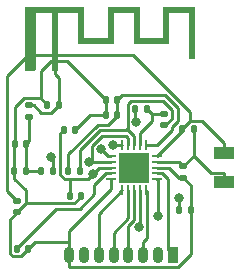
<source format=gbr>
%TF.GenerationSoftware,KiCad,Pcbnew,7.0.7*%
%TF.CreationDate,2024-12-08T13:35:24-04:00*%
%TF.ProjectId,Tarea Final,54617265-6120-4466-996e-616c2e6b6963,rev?*%
%TF.SameCoordinates,Original*%
%TF.FileFunction,Copper,L1,Top*%
%TF.FilePolarity,Positive*%
%FSLAX46Y46*%
G04 Gerber Fmt 4.6, Leading zero omitted, Abs format (unit mm)*
G04 Created by KiCad (PCBNEW 7.0.7) date 2024-12-08 13:35:24*
%MOMM*%
%LPD*%
G01*
G04 APERTURE LIST*
G04 Aperture macros list*
%AMRoundRect*
0 Rectangle with rounded corners*
0 $1 Rounding radius*
0 $2 $3 $4 $5 $6 $7 $8 $9 X,Y pos of 4 corners*
0 Add a 4 corners polygon primitive as box body*
4,1,4,$2,$3,$4,$5,$6,$7,$8,$9,$2,$3,0*
0 Add four circle primitives for the rounded corners*
1,1,$1+$1,$2,$3*
1,1,$1+$1,$4,$5*
1,1,$1+$1,$6,$7*
1,1,$1+$1,$8,$9*
0 Add four rect primitives between the rounded corners*
20,1,$1+$1,$2,$3,$4,$5,0*
20,1,$1+$1,$4,$5,$6,$7,0*
20,1,$1+$1,$6,$7,$8,$9,0*
20,1,$1+$1,$8,$9,$2,$3,0*%
G04 Aperture macros list end*
%TA.AperFunction,SMDPad,CuDef*%
%ADD10R,1.800000X1.000000*%
%TD*%
%TA.AperFunction,SMDPad,CuDef*%
%ADD11R,2.500000X2.500000*%
%TD*%
%TA.AperFunction,SMDPad,CuDef*%
%ADD12RoundRect,0.062500X0.350000X-0.062500X0.350000X0.062500X-0.350000X0.062500X-0.350000X-0.062500X0*%
%TD*%
%TA.AperFunction,SMDPad,CuDef*%
%ADD13RoundRect,0.062500X0.062500X-0.350000X0.062500X0.350000X-0.062500X0.350000X-0.062500X-0.350000X0*%
%TD*%
%TA.AperFunction,SMDPad,CuDef*%
%ADD14RoundRect,0.135000X0.135000X0.185000X-0.135000X0.185000X-0.135000X-0.185000X0.135000X-0.185000X0*%
%TD*%
%TA.AperFunction,SMDPad,CuDef*%
%ADD15RoundRect,0.135000X-0.135000X-0.185000X0.135000X-0.185000X0.135000X0.185000X-0.135000X0.185000X0*%
%TD*%
%TA.AperFunction,SMDPad,CuDef*%
%ADD16RoundRect,0.147500X0.172500X-0.147500X0.172500X0.147500X-0.172500X0.147500X-0.172500X-0.147500X0*%
%TD*%
%TA.AperFunction,SMDPad,CuDef*%
%ADD17RoundRect,0.147500X0.147500X0.172500X-0.147500X0.172500X-0.147500X-0.172500X0.147500X-0.172500X0*%
%TD*%
%TA.AperFunction,SMDPad,CuDef*%
%ADD18RoundRect,0.147500X-0.172500X0.147500X-0.172500X-0.147500X0.172500X-0.147500X0.172500X0.147500X0*%
%TD*%
%TA.AperFunction,ComponentPad*%
%ADD19O,0.900000X1.400000*%
%TD*%
%TA.AperFunction,ComponentPad*%
%ADD20RoundRect,0.225000X0.225000X0.475000X-0.225000X0.475000X-0.225000X-0.475000X0.225000X-0.475000X0*%
%TD*%
%TA.AperFunction,SMDPad,CuDef*%
%ADD21RoundRect,0.140000X-0.140000X-0.170000X0.140000X-0.170000X0.140000X0.170000X-0.140000X0.170000X0*%
%TD*%
%TA.AperFunction,SMDPad,CuDef*%
%ADD22RoundRect,0.140000X0.140000X0.170000X-0.140000X0.170000X-0.140000X-0.170000X0.140000X-0.170000X0*%
%TD*%
%TA.AperFunction,SMDPad,CuDef*%
%ADD23RoundRect,0.140000X-0.170000X0.140000X-0.170000X-0.140000X0.170000X-0.140000X0.170000X0.140000X0*%
%TD*%
%TA.AperFunction,ConnectorPad*%
%ADD24R,0.500000X0.500000*%
%TD*%
%TA.AperFunction,ComponentPad*%
%ADD25R,0.900000X0.500000*%
%TD*%
%TA.AperFunction,ViaPad*%
%ADD26C,0.800000*%
%TD*%
%TA.AperFunction,Conductor*%
%ADD27C,0.250000*%
%TD*%
G04 APERTURE END LIST*
%TA.AperFunction,EtchedComponent*%
%TO.C,AE1*%
G36*
X152480000Y-74620000D02*
G01*
X154480000Y-74620000D01*
X154480000Y-71980000D01*
X157180000Y-71980000D01*
X157180000Y-74620000D01*
X159180000Y-74620000D01*
X159180000Y-71980000D01*
X161880000Y-71980000D01*
X161880000Y-76420000D01*
X161380000Y-76420000D01*
X161380000Y-72480000D01*
X159680000Y-72480000D01*
X159680000Y-75120000D01*
X156680000Y-75120000D01*
X156680000Y-72480000D01*
X154980000Y-72480000D01*
X154980000Y-75120000D01*
X151980000Y-75120000D01*
X151980000Y-72480000D01*
X150280000Y-72480000D01*
X150280000Y-77380000D01*
X149780000Y-77380000D01*
X149780000Y-72480000D01*
X148380000Y-72480000D01*
X148380000Y-77380000D01*
X147480000Y-77380000D01*
X147480000Y-77136785D01*
X147782417Y-77136785D01*
X147792258Y-77184395D01*
X147816326Y-77226797D01*
X147854269Y-77259581D01*
X147862181Y-77263935D01*
X147904844Y-77276043D01*
X147953363Y-77275300D01*
X147998878Y-77262400D01*
X148017489Y-77251787D01*
X148051132Y-77216553D01*
X148071691Y-77171368D01*
X148078222Y-77121842D01*
X148069782Y-77073583D01*
X148052888Y-77041357D01*
X148017628Y-77008687D01*
X147972318Y-76988592D01*
X147922733Y-76982018D01*
X147874647Y-76989908D01*
X147841755Y-77006814D01*
X147806815Y-77043584D01*
X147787153Y-77088378D01*
X147782417Y-77136785D01*
X147480000Y-77136785D01*
X147480000Y-71980000D01*
X152480000Y-71980000D01*
X152480000Y-74620000D01*
G37*
%TD.AperFunction*%
%TD*%
D10*
%TO.P,Y1,2,2*%
%TO.N,Net-(U1-XC1)*%
X164338000Y-84348000D03*
%TO.P,Y1,1,1*%
%TO.N,Net-(U1-XC2)*%
X164338000Y-86848000D03*
%TD*%
D11*
%TO.P,U1,21*%
%TO.N,N/C*%
X156718000Y-85598000D03*
D12*
%TO.P,U1,20,VSS*%
%TO.N,GND*%
X154780500Y-86598000D03*
%TO.P,U1,19,DVDD*%
%TO.N,Net-(U1-DVDD)*%
X154780500Y-86098000D03*
%TO.P,U1,18,VDD*%
%TO.N,VDD*%
X154780500Y-85598000D03*
%TO.P,U1,17,VSS*%
%TO.N,GND*%
X154780500Y-85098000D03*
%TO.P,U1,16,IREF*%
%TO.N,Net-(U1-IREF)*%
X154780500Y-84598000D03*
D13*
%TO.P,U1,15,VDD*%
%TO.N,VDD*%
X155718000Y-83660500D03*
%TO.P,U1,14,VSS*%
%TO.N,GND*%
X156218000Y-83660500D03*
%TO.P,U1,13,ANT2*%
%TO.N,Net-(U1-ANT2)*%
X156718000Y-83660500D03*
%TO.P,U1,12,ANT1*%
%TO.N,Net-(U1-ANT1)*%
X157218000Y-83660500D03*
%TO.P,U1,11,VDD_PA*%
%TO.N,Net-(U1-VDD_PA)*%
X157718000Y-83660500D03*
D12*
%TO.P,U1,10,XC1*%
%TO.N,Net-(U1-XC1)*%
X158655500Y-84598000D03*
%TO.P,U1,9,XC2*%
%TO.N,Net-(U1-XC2)*%
X158655500Y-85098000D03*
%TO.P,U1,8,VSS*%
%TO.N,GND*%
X158655500Y-85598000D03*
%TO.P,U1,7,VDD*%
%TO.N,VDD*%
X158655500Y-86098000D03*
%TO.P,U1,6,IRQ*%
%TO.N,Net-(J1-Pin_7)*%
X158655500Y-86598000D03*
D13*
%TO.P,U1,5,MISO*%
%TO.N,Net-(J1-Pin_3)*%
X157718000Y-87535500D03*
%TO.P,U1,4,MOSI*%
%TO.N,Net-(J1-Pin_2)*%
X157218000Y-87535500D03*
%TO.P,U1,3,SCK*%
%TO.N,Net-(J1-Pin_4)*%
X156718000Y-87535500D03*
%TO.P,U1,2,CSN*%
%TO.N,Net-(J1-Pin_5)*%
X156218000Y-87535500D03*
%TO.P,U1,1,CE*%
%TO.N,Net-(J1-Pin_6)*%
X155718000Y-87535500D03*
%TD*%
D14*
%TO.P,R2,2*%
%TO.N,Net-(U1-XC1)*%
X160780000Y-82296000D03*
%TO.P,R2,1*%
%TO.N,Net-(U1-XC2)*%
X161800000Y-82296000D03*
%TD*%
D15*
%TO.P,R1,2*%
%TO.N,GND*%
X161546000Y-89154000D03*
%TO.P,R1,1*%
%TO.N,Net-(U1-IREF)*%
X160526000Y-89154000D03*
%TD*%
D16*
%TO.P,L4,1,1*%
%TO.N,Net-(C10-Pad2)*%
X147828000Y-81280000D03*
%TO.P,L4,2,2*%
%TO.N,Net-(AE1-A)*%
X147828000Y-80310000D03*
%TD*%
D17*
%TO.P,L3,2,2*%
%TO.N,Net-(U1-VDD_PA)*%
X151153000Y-85852000D03*
%TO.P,L3,1,1*%
%TO.N,Net-(U1-ANT2)*%
X152123000Y-85852000D03*
%TD*%
%TO.P,L2,2,2*%
%TO.N,Net-(C7-Pad1)*%
X156835000Y-80635000D03*
%TO.P,L2,1,1*%
%TO.N,Net-(U1-ANT1)*%
X157805000Y-80635000D03*
%TD*%
D18*
%TO.P,L1,2,2*%
%TO.N,Net-(U1-ANT2)*%
X159258000Y-82019000D03*
%TO.P,L1,1,1*%
%TO.N,Net-(U1-ANT1)*%
X159258000Y-81049000D03*
%TD*%
D19*
%TO.P,J1,8,Pin_8*%
%TO.N,GND*%
X151230000Y-92964000D03*
%TO.P,J1,7,Pin_7*%
%TO.N,Net-(J1-Pin_7)*%
X152480000Y-92964000D03*
%TO.P,J1,6,Pin_6*%
%TO.N,Net-(J1-Pin_6)*%
X153730000Y-92964000D03*
%TO.P,J1,5,Pin_5*%
%TO.N,Net-(J1-Pin_5)*%
X154980000Y-92964000D03*
%TO.P,J1,4,Pin_4*%
%TO.N,Net-(J1-Pin_4)*%
X156230000Y-92964000D03*
%TO.P,J1,3,Pin_3*%
%TO.N,Net-(J1-Pin_3)*%
X157480000Y-92964000D03*
%TO.P,J1,2,Pin_2*%
%TO.N,Net-(J1-Pin_2)*%
X158730000Y-92964000D03*
D20*
%TO.P,J1,1,Pin_1*%
%TO.N,VDD*%
X159980000Y-92964000D03*
%TD*%
D21*
%TO.P,C11,2*%
%TO.N,Net-(AE1-A)*%
X150340000Y-80264000D03*
%TO.P,C11,1*%
%TO.N,GND*%
X149380000Y-80264000D03*
%TD*%
%TO.P,C10,2*%
%TO.N,Net-(C10-Pad2)*%
X147574000Y-83566000D03*
%TO.P,C10,1*%
%TO.N,GND*%
X146614000Y-83566000D03*
%TD*%
%TO.P,C9,2*%
%TO.N,Net-(C10-Pad2)*%
X147546000Y-85852000D03*
%TO.P,C9,1*%
%TO.N,GND*%
X146586000Y-85852000D03*
%TD*%
D22*
%TO.P,C8,2*%
%TO.N,GND*%
X154323000Y-81143000D03*
%TO.P,C8,1*%
%TO.N,Net-(U1-VDD_PA)*%
X155283000Y-81143000D03*
%TD*%
%TO.P,C7,2*%
%TO.N,Net-(C10-Pad2)*%
X148872000Y-85852000D03*
%TO.P,C7,1*%
%TO.N,Net-(C7-Pad1)*%
X149832000Y-85852000D03*
%TD*%
%TO.P,C6,2*%
%TO.N,GND*%
X154323000Y-79873000D03*
%TO.P,C6,1*%
%TO.N,Net-(U1-VDD_PA)*%
X155283000Y-79873000D03*
%TD*%
D23*
%TO.P,C5,2*%
%TO.N,GND*%
X146812000Y-89380000D03*
%TO.P,C5,1*%
%TO.N,Net-(U1-XC1)*%
X146812000Y-88420000D03*
%TD*%
%TO.P,C4,2*%
%TO.N,GND*%
X160899000Y-86449000D03*
%TO.P,C4,1*%
%TO.N,Net-(U1-XC2)*%
X160899000Y-85489000D03*
%TD*%
D21*
%TO.P,C3,2*%
%TO.N,GND*%
X147772000Y-92456000D03*
%TO.P,C3,1*%
%TO.N,Net-(U1-DVDD)*%
X146812000Y-92456000D03*
%TD*%
%TO.P,C2,2*%
%TO.N,GND*%
X152235000Y-88001000D03*
%TO.P,C2,1*%
%TO.N,VDD*%
X151275000Y-88001000D03*
%TD*%
%TO.P,C1,2*%
%TO.N,GND*%
X151727000Y-82413000D03*
%TO.P,C1,1*%
%TO.N,VDD*%
X150767000Y-82413000D03*
%TD*%
D24*
%TO.P,AE1,1,A*%
%TO.N,Net-(AE1-A)*%
X150030000Y-77130000D03*
D25*
%TO.P,AE1,2*%
%TO.N,N/C*%
X147930000Y-77130000D03*
%TD*%
D26*
%TO.N,Net-(U1-IREF)*%
X160526000Y-88173400D03*
X153935000Y-84040700D03*
%TO.N,Net-(J1-Pin_7)*%
X158735000Y-89726500D03*
%TO.N,Net-(J1-Pin_2)*%
X157124000Y-90670600D03*
%TO.N,Net-(C7-Pad1)*%
X149711000Y-84696600D03*
X156920000Y-81733400D03*
%TO.N,GND*%
X152920000Y-85098100D03*
%TO.N,VDD*%
X154963000Y-83711100D03*
X153258000Y-86124200D03*
%TD*%
D27*
%TO.N,Net-(U1-IREF)*%
X160526000Y-89154000D02*
X160526000Y-88173400D01*
X154492000Y-84598000D02*
X154780000Y-84598000D01*
X153935000Y-84040700D02*
X154492000Y-84598000D01*
X154780000Y-84598000D02*
X154780500Y-84598000D01*
%TO.N,Net-(U1-ANT2)*%
X156718000Y-82966700D02*
X156718000Y-83660500D01*
X156080000Y-82329100D02*
X156718000Y-82966700D01*
X152123000Y-84145900D02*
X152123000Y-85852000D01*
X153814000Y-82455400D02*
X152123000Y-84145900D01*
X155954000Y-82455400D02*
X153814000Y-82455400D01*
X156080000Y-82329100D02*
X155954000Y-82455400D01*
X159384000Y-82019000D02*
X159258000Y-82019000D01*
X159959000Y-81444300D02*
X159384000Y-82019000D01*
X159959000Y-80750700D02*
X159959000Y-81444300D01*
X159159000Y-79950800D02*
X159959000Y-80750700D01*
X156464000Y-79950800D02*
X159159000Y-79950800D01*
X156179000Y-80236400D02*
X156464000Y-79950800D01*
X156179000Y-82230900D02*
X156179000Y-80236400D01*
X156080000Y-82329100D02*
X156179000Y-82230900D01*
%TO.N,Net-(U1-ANT1)*%
X158219000Y-81669300D02*
X158219000Y-81049000D01*
X157218000Y-82670300D02*
X158219000Y-81669300D01*
X157218000Y-83660500D02*
X157218000Y-82670300D01*
X159258000Y-81049000D02*
X158219000Y-81049000D01*
X158219000Y-81049000D02*
X157805000Y-80635000D01*
%TO.N,Net-(J1-Pin_7)*%
X158735000Y-86677400D02*
X158695500Y-86637700D01*
X158735000Y-89726500D02*
X158735000Y-86677400D01*
X158695500Y-86637700D02*
X158656000Y-86598000D01*
X158695200Y-86637700D02*
X158655500Y-86598000D01*
X158695500Y-86637700D02*
X158695200Y-86637700D01*
%TO.N,Net-(J1-Pin_6)*%
X153730000Y-89523500D02*
X155718000Y-87535500D01*
X153730000Y-92964000D02*
X153730000Y-89523500D01*
%TO.N,Net-(J1-Pin_5)*%
X154980000Y-91147900D02*
X154980000Y-92964000D01*
X156218000Y-89909900D02*
X154980000Y-91147900D01*
X156218000Y-87535500D02*
X156218000Y-89909900D01*
%TO.N,Net-(J1-Pin_4)*%
X156230000Y-90537000D02*
X156230000Y-92964000D01*
X156718000Y-90049000D02*
X156230000Y-90537000D01*
X156718000Y-87535500D02*
X156718000Y-90049000D01*
%TO.N,Net-(J1-Pin_3)*%
X157851000Y-87668700D02*
X157718000Y-87535500D01*
X157851000Y-91565900D02*
X157851000Y-87668700D01*
X157480000Y-91937100D02*
X157851000Y-91565900D01*
X157480000Y-92964000D02*
X157480000Y-91937100D01*
%TO.N,Net-(J1-Pin_2)*%
X157218000Y-90576900D02*
X157218000Y-87535500D01*
X157124000Y-90670600D02*
X157218000Y-90576900D01*
%TO.N,Net-(C10-Pad2)*%
X147574000Y-85852000D02*
X147574000Y-83566000D01*
X147828000Y-83312000D02*
X147828000Y-81280000D01*
X147574000Y-83566000D02*
X147828000Y-83312000D01*
X148872000Y-85852000D02*
X147574000Y-85852000D01*
X147574000Y-85852000D02*
X147546000Y-85852000D01*
%TO.N,Net-(C7-Pad1)*%
X149832000Y-84817600D02*
X149711000Y-84696600D01*
X149832000Y-85852000D02*
X149832000Y-84817600D01*
X156835000Y-81647900D02*
X156920000Y-81733400D01*
X156835000Y-80635000D02*
X156835000Y-81647900D01*
%TO.N,Net-(U1-VDD_PA)*%
X151153000Y-84476800D02*
X151153000Y-85852000D01*
X153626000Y-82003500D02*
X151153000Y-84476800D01*
X154517000Y-82003500D02*
X153626000Y-82003500D01*
X155283000Y-81237300D02*
X154517000Y-82003500D01*
X155283000Y-81143000D02*
X155283000Y-81237300D01*
X155283000Y-81143000D02*
X155283000Y-79873000D01*
X155693000Y-79462900D02*
X155283000Y-79873000D01*
X159321000Y-79462900D02*
X155693000Y-79462900D01*
X160417000Y-80558200D02*
X159321000Y-79462900D01*
X160417000Y-81650000D02*
X160417000Y-80558200D01*
X159906000Y-82161200D02*
X160417000Y-81650000D01*
X159906000Y-82398600D02*
X159906000Y-82161200D01*
X158644000Y-83660500D02*
X159906000Y-82398600D01*
X157718000Y-83660500D02*
X158644000Y-83660500D01*
%TO.N,Net-(U1-XC1)*%
X162455000Y-81638300D02*
X161438000Y-81638300D01*
X164338000Y-83521100D02*
X162455000Y-81638300D01*
X164338000Y-84348000D02*
X164338000Y-83521100D01*
X161438000Y-81638300D02*
X160780000Y-82296000D01*
X145979000Y-87586600D02*
X146812000Y-88420000D01*
X145979000Y-77866500D02*
X145979000Y-87586600D01*
X147762000Y-76083300D02*
X145979000Y-77866500D01*
X156592000Y-76083300D02*
X147762000Y-76083300D01*
X161438000Y-80928800D02*
X156592000Y-76083300D01*
X161438000Y-81638300D02*
X161438000Y-80928800D01*
X160780000Y-82473500D02*
X160780000Y-82296000D01*
X158656000Y-84598000D02*
X160780000Y-82473500D01*
X158655500Y-84598000D02*
X158656000Y-84598000D01*
%TO.N,Net-(U1-XC2)*%
X164338000Y-86021100D02*
X164338000Y-86848000D01*
X163233000Y-86021100D02*
X164338000Y-86021100D01*
X161800000Y-84588000D02*
X163233000Y-86021100D01*
X160899000Y-85489000D02*
X161800000Y-84588000D01*
X161800000Y-84588000D02*
X161800000Y-82296000D01*
X160508000Y-85098000D02*
X158656000Y-85098000D01*
X160899000Y-85489000D02*
X160508000Y-85098000D01*
X158656000Y-85098000D02*
X158655500Y-85098000D01*
%TO.N,Net-(U1-DVDD)*%
X154315000Y-86098000D02*
X154780000Y-86098000D01*
X153355000Y-87057500D02*
X154315000Y-86098000D01*
X153355000Y-87851900D02*
X153355000Y-87057500D01*
X152117000Y-89090300D02*
X153355000Y-87851900D01*
X150098000Y-89090300D02*
X152117000Y-89090300D01*
X146812000Y-92376000D02*
X150098000Y-89090300D01*
X146812000Y-92456000D02*
X146812000Y-92376000D01*
X154780000Y-86098000D02*
X154780500Y-86098000D01*
%TO.N,GND*%
X151230000Y-92964000D02*
X151230000Y-91937100D01*
X146193000Y-89999300D02*
X146812000Y-89380000D01*
X146193000Y-92877900D02*
X146193000Y-89999300D01*
X146438000Y-93122900D02*
X146193000Y-92877900D01*
X147122000Y-93122900D02*
X146438000Y-93122900D01*
X147772000Y-92473000D02*
X147122000Y-93122900D01*
X147772000Y-92456000D02*
X147772000Y-92473000D01*
X148291000Y-91937100D02*
X151230000Y-91937100D01*
X147772000Y-92456000D02*
X148291000Y-91937100D01*
X161546000Y-92896400D02*
X161546000Y-89154000D01*
X160427000Y-94015800D02*
X161546000Y-92896400D01*
X151255000Y-94015800D02*
X160427000Y-94015800D01*
X151230000Y-93990900D02*
X151255000Y-94015800D01*
X151230000Y-92964000D02*
X151230000Y-93990900D01*
X161546000Y-87096000D02*
X160899000Y-86449000D01*
X161546000Y-89154000D02*
X161546000Y-87096000D01*
X146586000Y-83594000D02*
X146586000Y-85852000D01*
X146614000Y-83566000D02*
X146586000Y-83594000D01*
X146586000Y-86543000D02*
X146586000Y-85852000D01*
X147573000Y-87529900D02*
X146586000Y-86543000D01*
X147573000Y-88638400D02*
X147573000Y-87529900D01*
X146831000Y-89380000D02*
X147573000Y-88638400D01*
X146812000Y-89380000D02*
X146831000Y-89380000D01*
X152235000Y-88059200D02*
X152235000Y-88001000D01*
X151656000Y-88638400D02*
X152235000Y-88059200D01*
X147573000Y-88638400D02*
X151656000Y-88638400D01*
X152997000Y-81143000D02*
X154323000Y-81143000D01*
X151727000Y-82413000D02*
X152997000Y-81143000D01*
X149380000Y-80264000D02*
X148800000Y-79684300D01*
X146614000Y-80497900D02*
X146614000Y-83566000D01*
X147428000Y-79684300D02*
X146614000Y-80497900D01*
X148800000Y-79684300D02*
X147428000Y-79684300D01*
X154323000Y-79873000D02*
X154323000Y-81143000D01*
X148800000Y-77397400D02*
X148800000Y-79684300D01*
X149645000Y-76553100D02*
X148800000Y-77397400D01*
X151003000Y-76553100D02*
X149645000Y-76553100D01*
X154323000Y-79873000D02*
X151003000Y-76553100D01*
X153158000Y-85098100D02*
X153158000Y-85098000D01*
X152920000Y-85098100D02*
X153158000Y-85098100D01*
X156218000Y-83120700D02*
X156218000Y-83660500D01*
X156005000Y-82907300D02*
X156218000Y-83120700D01*
X154001000Y-82907300D02*
X156005000Y-82907300D01*
X153158000Y-83749500D02*
X154001000Y-82907300D01*
X153158000Y-85098000D02*
X153158000Y-83749500D01*
X159708000Y-85598000D02*
X158656000Y-85598000D01*
X160559000Y-86449000D02*
X159708000Y-85598000D01*
X160899000Y-86449000D02*
X160559000Y-86449000D01*
X158656000Y-85598000D02*
X158655500Y-85598000D01*
X154780000Y-85098000D02*
X153158000Y-85098000D01*
X154780000Y-85098000D02*
X154780500Y-85098000D01*
X154780000Y-87449800D02*
X154780000Y-87023900D01*
X151230000Y-91000300D02*
X154780000Y-87449800D01*
X151230000Y-91937100D02*
X151230000Y-91000300D01*
X154780000Y-87023900D02*
X154780000Y-86598000D01*
X154780500Y-87023400D02*
X154780500Y-86598000D01*
X154780000Y-87023900D02*
X154780500Y-87023400D01*
%TO.N,VDD*%
X155667000Y-83711100D02*
X155718000Y-83660500D01*
X154963000Y-83711100D02*
X155667000Y-83711100D01*
X151275000Y-86558200D02*
X151275000Y-88001000D01*
X152824000Y-86558200D02*
X151275000Y-86558200D01*
X153258000Y-86124200D02*
X152824000Y-86558200D01*
X150485000Y-82695000D02*
X150767000Y-82413000D01*
X150485000Y-86211600D02*
X150485000Y-82695000D01*
X150832000Y-86558200D02*
X150485000Y-86211600D01*
X151275000Y-86558200D02*
X150832000Y-86558200D01*
X159119000Y-86098000D02*
X158656000Y-86098000D01*
X159618000Y-86597200D02*
X159119000Y-86098000D01*
X159618000Y-92602300D02*
X159618000Y-86597200D01*
X159980000Y-92964000D02*
X159618000Y-92602300D01*
X158656000Y-86098000D02*
X158655500Y-86098000D01*
X153784000Y-85598000D02*
X153258000Y-86124200D01*
X154780000Y-85598000D02*
X153784000Y-85598000D01*
X154780000Y-85598000D02*
X154780500Y-85598000D01*
%TO.N,Net-(AE1-A)*%
X150340000Y-78016900D02*
X150340000Y-80264000D01*
X150030000Y-77706900D02*
X150340000Y-78016900D01*
X150030000Y-77130000D02*
X150030000Y-77706900D01*
X148246000Y-80310000D02*
X147828000Y-80310000D01*
X148878000Y-80941300D02*
X148246000Y-80310000D01*
X149716000Y-80941300D02*
X148878000Y-80941300D01*
X150340000Y-80317600D02*
X149716000Y-80941300D01*
X150340000Y-80264000D02*
X150340000Y-80317600D01*
%TD*%
M02*

</source>
